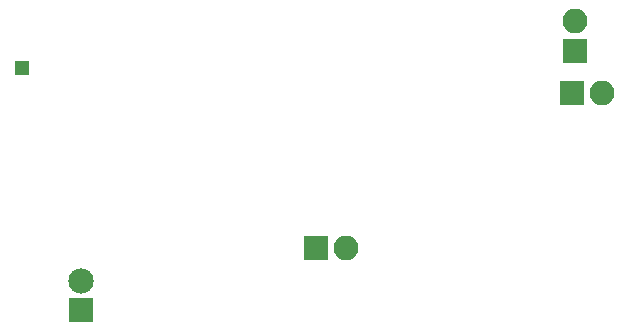
<source format=gbr>
G04 #@! TF.FileFunction,Soldermask,Bot*
%FSLAX46Y46*%
G04 Gerber Fmt 4.6, Leading zero omitted, Abs format (unit mm)*
G04 Created by KiCad (PCBNEW 4.0.7) date 01/02/18 16:07:37*
%MOMM*%
%LPD*%
G01*
G04 APERTURE LIST*
%ADD10C,0.100000*%
%ADD11R,2.150000X2.150000*%
%ADD12C,2.150000*%
%ADD13R,2.100000X2.100000*%
%ADD14O,2.100000X2.100000*%
%ADD15R,1.250000X1.250000*%
G04 APERTURE END LIST*
D10*
D11*
X116300000Y-120200000D03*
D12*
X116300000Y-117700000D03*
D13*
X157800000Y-101800000D03*
D14*
X160340000Y-101800000D03*
D13*
X158100000Y-98200000D03*
D14*
X158100000Y-95660000D03*
D13*
X136200000Y-114900000D03*
D14*
X138740000Y-114900000D03*
D15*
X111300000Y-99700000D03*
M02*

</source>
